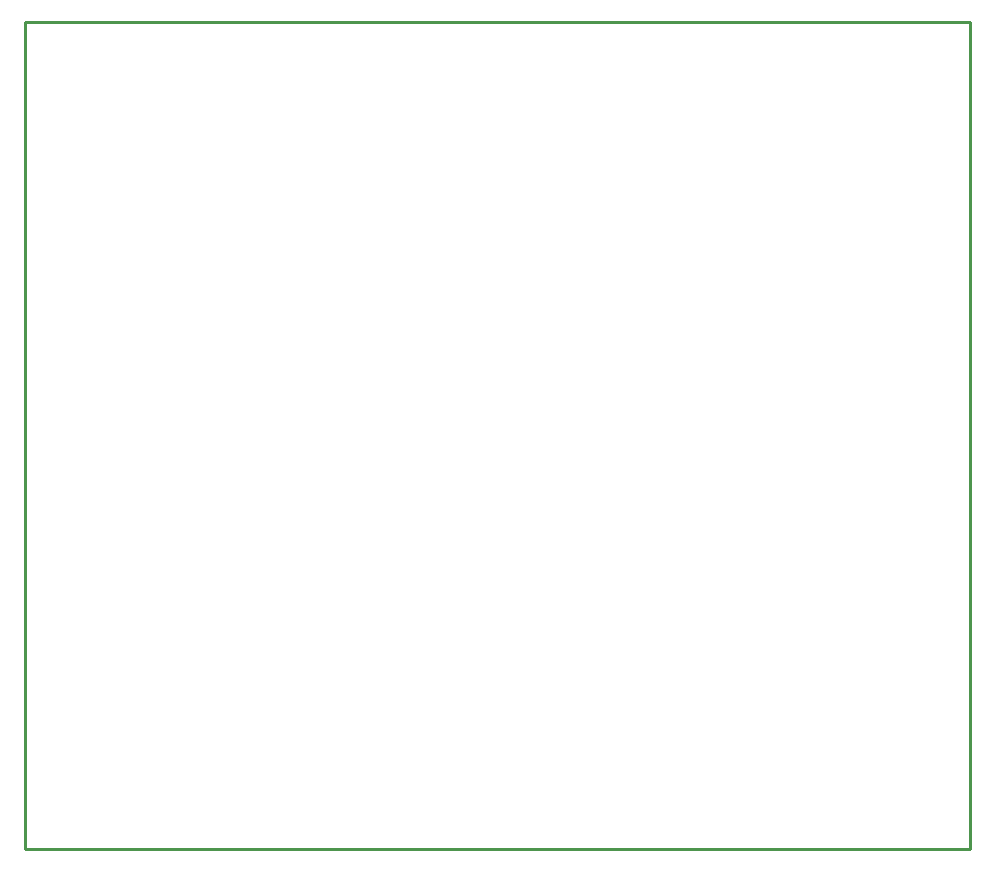
<source format=gko>
G04*
G04 #@! TF.GenerationSoftware,Altium Limited,Altium Designer,19.1.5 (86)*
G04*
G04 Layer_Color=16711935*
%FSLAX25Y25*%
%MOIN*%
G70*
G01*
G75*
%ADD10C,0.01000*%
D10*
X-0Y275590D02*
X0Y0D01*
X-0Y275590D02*
X314961D01*
X-0Y-0D02*
X0Y0D01*
Y-0D02*
X314961Y-0D01*
X314961Y275272D02*
X314961Y-0D01*
M02*

</source>
